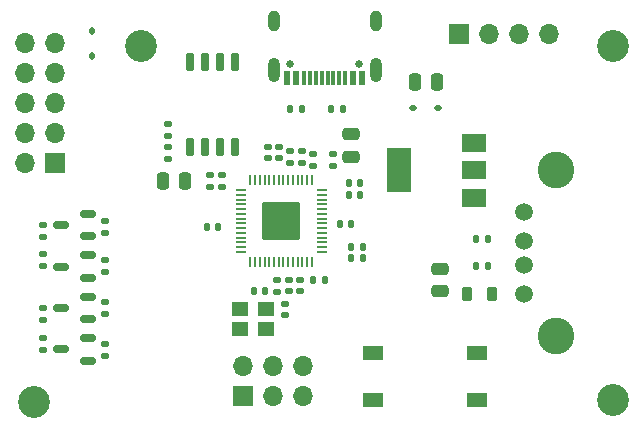
<source format=gts>
G04 #@! TF.GenerationSoftware,KiCad,Pcbnew,7.0.2-0*
G04 #@! TF.CreationDate,2023-04-30T22:25:47-07:00*
G04 #@! TF.ProjectId,babelfish,62616265-6c66-4697-9368-2e6b69636164,REV1*
G04 #@! TF.SameCoordinates,Original*
G04 #@! TF.FileFunction,Soldermask,Top*
G04 #@! TF.FilePolarity,Negative*
%FSLAX46Y46*%
G04 Gerber Fmt 4.6, Leading zero omitted, Abs format (unit mm)*
G04 Created by KiCad (PCBNEW 7.0.2-0) date 2023-04-30 22:25:47*
%MOMM*%
%LPD*%
G01*
G04 APERTURE LIST*
G04 Aperture macros list*
%AMRoundRect*
0 Rectangle with rounded corners*
0 $1 Rounding radius*
0 $2 $3 $4 $5 $6 $7 $8 $9 X,Y pos of 4 corners*
0 Add a 4 corners polygon primitive as box body*
4,1,4,$2,$3,$4,$5,$6,$7,$8,$9,$2,$3,0*
0 Add four circle primitives for the rounded corners*
1,1,$1+$1,$2,$3*
1,1,$1+$1,$4,$5*
1,1,$1+$1,$6,$7*
1,1,$1+$1,$8,$9*
0 Add four rect primitives between the rounded corners*
20,1,$1+$1,$2,$3,$4,$5,0*
20,1,$1+$1,$4,$5,$6,$7,0*
20,1,$1+$1,$6,$7,$8,$9,0*
20,1,$1+$1,$8,$9,$2,$3,0*%
G04 Aperture macros list end*
%ADD10R,0.600000X1.240005*%
%ADD11R,0.300000X1.240005*%
%ADD12C,0.649987*%
%ADD13O,1.000000X2.100000*%
%ADD14O,1.000000X1.800000*%
%ADD15RoundRect,0.135000X-0.185000X0.135000X-0.185000X-0.135000X0.185000X-0.135000X0.185000X0.135000X0*%
%ADD16R,1.700000X1.700000*%
%ADD17O,1.700000X1.700000*%
%ADD18RoundRect,0.150000X0.512500X0.150000X-0.512500X0.150000X-0.512500X-0.150000X0.512500X-0.150000X0*%
%ADD19RoundRect,0.218750X0.218750X0.381250X-0.218750X0.381250X-0.218750X-0.381250X0.218750X-0.381250X0*%
%ADD20RoundRect,0.135000X0.185000X-0.135000X0.185000X0.135000X-0.185000X0.135000X-0.185000X-0.135000X0*%
%ADD21R,2.000000X1.500000*%
%ADD22R,2.000000X3.800000*%
%ADD23RoundRect,0.250000X0.475000X-0.250000X0.475000X0.250000X-0.475000X0.250000X-0.475000X-0.250000X0*%
%ADD24RoundRect,0.112500X0.187500X0.112500X-0.187500X0.112500X-0.187500X-0.112500X0.187500X-0.112500X0*%
%ADD25C,2.700000*%
%ADD26RoundRect,0.140000X0.140000X0.170000X-0.140000X0.170000X-0.140000X-0.170000X0.140000X-0.170000X0*%
%ADD27RoundRect,0.140000X0.170000X-0.140000X0.170000X0.140000X-0.170000X0.140000X-0.170000X-0.140000X0*%
%ADD28RoundRect,0.135000X0.135000X0.185000X-0.135000X0.185000X-0.135000X-0.185000X0.135000X-0.185000X0*%
%ADD29R,1.800000X1.300000*%
%ADD30RoundRect,0.112500X0.112500X-0.187500X0.112500X0.187500X-0.112500X0.187500X-0.112500X-0.187500X0*%
%ADD31RoundRect,0.140000X-0.140000X-0.170000X0.140000X-0.170000X0.140000X0.170000X-0.140000X0.170000X0*%
%ADD32RoundRect,0.050000X-0.387500X-0.050000X0.387500X-0.050000X0.387500X0.050000X-0.387500X0.050000X0*%
%ADD33RoundRect,0.050000X-0.050000X-0.387500X0.050000X-0.387500X0.050000X0.387500X-0.050000X0.387500X0*%
%ADD34RoundRect,0.144000X-1.456000X-1.456000X1.456000X-1.456000X1.456000X1.456000X-1.456000X1.456000X0*%
%ADD35C,1.500000*%
%ADD36C,3.100000*%
%ADD37RoundRect,0.250000X0.250000X0.475000X-0.250000X0.475000X-0.250000X-0.475000X0.250000X-0.475000X0*%
%ADD38R,1.400000X1.200000*%
%ADD39RoundRect,0.150000X0.150000X-0.650000X0.150000X0.650000X-0.150000X0.650000X-0.150000X-0.650000X0*%
%ADD40RoundRect,0.135000X-0.135000X-0.185000X0.135000X-0.185000X0.135000X0.185000X-0.135000X0.185000X0*%
%ADD41RoundRect,0.140000X-0.170000X0.140000X-0.170000X-0.140000X0.170000X-0.140000X0.170000X0.140000X0*%
G04 APERTURE END LIST*
D10*
X107380061Y-76700101D03*
X108179909Y-76700101D03*
D11*
X108829896Y-76700101D03*
X109330023Y-76700101D03*
X109829896Y-76700101D03*
X110330023Y-76700101D03*
X110829896Y-76700101D03*
X111330023Y-76700101D03*
X111829896Y-76700101D03*
X112330023Y-76700101D03*
D10*
X112980010Y-76700101D03*
X113779858Y-76700101D03*
D12*
X107689942Y-75580213D03*
X113479883Y-75580213D03*
D13*
X114900000Y-76080086D03*
D14*
X114900000Y-71900000D03*
X106259919Y-71900000D03*
D13*
X106259919Y-76080086D03*
D15*
X86716800Y-91614000D03*
X86716800Y-92634000D03*
D16*
X87787500Y-83887000D03*
D17*
X85247500Y-83887000D03*
X87787500Y-81347000D03*
X85247500Y-81347000D03*
X87787500Y-78807000D03*
X85247500Y-78807000D03*
X87787500Y-76267000D03*
X85247500Y-76267000D03*
X87787500Y-73727000D03*
X85247500Y-73727000D03*
D18*
X90577600Y-100660400D03*
X90577600Y-98760400D03*
X88302600Y-99710400D03*
D19*
X124764800Y-95046800D03*
X122639800Y-95046800D03*
D20*
X92000000Y-96702000D03*
X92000000Y-95682000D03*
D21*
X123200000Y-86850000D03*
X123200000Y-84550000D03*
D22*
X116900000Y-84550000D03*
D21*
X123200000Y-82250000D03*
D23*
X112850000Y-83379000D03*
X112850000Y-81479000D03*
D16*
X103700000Y-103650000D03*
D17*
X103700000Y-101110000D03*
X106240000Y-103650000D03*
X106240000Y-101110000D03*
X108780000Y-103650000D03*
X108780000Y-101110000D03*
D24*
X120150000Y-79250000D03*
X118050000Y-79250000D03*
D25*
X95000000Y-74000000D03*
D26*
X101550000Y-89350000D03*
X100590000Y-89350000D03*
D27*
X111250000Y-84141000D03*
X111250000Y-83181000D03*
D28*
X124439200Y-92659200D03*
X123419200Y-92659200D03*
X110585500Y-93793000D03*
X109565500Y-93793000D03*
D16*
X122000000Y-73000000D03*
D17*
X124540000Y-73000000D03*
X127080000Y-73000000D03*
X129620000Y-73000000D03*
D28*
X113826996Y-91033600D03*
X112806996Y-91033600D03*
D29*
X123500102Y-104000000D03*
X114700000Y-104000000D03*
X123500102Y-100000000D03*
X114700000Y-100000000D03*
D30*
X90850000Y-74850000D03*
X90850000Y-72750000D03*
D25*
X86000000Y-104150000D03*
D15*
X97352100Y-80633800D03*
X97352100Y-81653800D03*
D31*
X112640000Y-85600000D03*
X113600000Y-85600000D03*
D27*
X106750100Y-83506000D03*
X106750100Y-82546000D03*
D31*
X112640000Y-86650000D03*
X113600000Y-86650000D03*
D18*
X90526800Y-97155200D03*
X90526800Y-95255200D03*
X88251800Y-96205200D03*
D20*
X86716800Y-90199600D03*
X86716800Y-89179600D03*
D31*
X111850000Y-89050000D03*
X112810000Y-89050000D03*
D15*
X108640000Y-82917200D03*
X108640000Y-83937200D03*
D18*
X90526800Y-90144800D03*
X90526800Y-88244800D03*
X88251800Y-89194800D03*
D32*
X103462500Y-86237500D03*
X103462500Y-86637500D03*
X103462500Y-87037500D03*
X103462500Y-87437500D03*
X103462500Y-87837500D03*
X103462500Y-88237500D03*
X103462500Y-88637500D03*
X103462500Y-89037500D03*
X103462500Y-89437500D03*
X103462500Y-89837500D03*
X103462500Y-90237500D03*
X103462500Y-90637500D03*
X103462500Y-91037500D03*
X103462500Y-91437500D03*
D33*
X104300000Y-92275000D03*
X104700000Y-92275000D03*
X105100000Y-92275000D03*
X105500000Y-92275000D03*
X105900000Y-92275000D03*
X106300000Y-92275000D03*
X106700000Y-92275000D03*
X107100000Y-92275000D03*
X107500000Y-92275000D03*
X107900000Y-92275000D03*
X108300000Y-92275000D03*
X108700000Y-92275000D03*
X109100000Y-92275000D03*
X109500000Y-92275000D03*
D32*
X110337500Y-91437500D03*
X110337500Y-91037500D03*
X110337500Y-90637500D03*
X110337500Y-90237500D03*
X110337500Y-89837500D03*
X110337500Y-89437500D03*
X110337500Y-89037500D03*
X110337500Y-88637500D03*
X110337500Y-88237500D03*
X110337500Y-87837500D03*
X110337500Y-87437500D03*
X110337500Y-87037500D03*
X110337500Y-86637500D03*
X110337500Y-86237500D03*
D33*
X109500000Y-85400000D03*
X109100000Y-85400000D03*
X108700000Y-85400000D03*
X108300000Y-85400000D03*
X107900000Y-85400000D03*
X107500000Y-85400000D03*
X107100000Y-85400000D03*
X106700000Y-85400000D03*
X106300000Y-85400000D03*
X105900000Y-85400000D03*
X105500000Y-85400000D03*
X105100000Y-85400000D03*
X104700000Y-85400000D03*
X104300000Y-85400000D03*
D34*
X106900000Y-88837500D03*
D20*
X92000000Y-89840000D03*
X92000000Y-88820000D03*
D35*
X127439200Y-95041600D03*
X127439200Y-92541600D03*
X127439200Y-90541600D03*
X127439200Y-88041600D03*
D36*
X130149200Y-98541600D03*
X130149200Y-84541600D03*
D20*
X106550000Y-94820000D03*
X106550000Y-93800000D03*
D28*
X108655100Y-79365800D03*
X107635100Y-79365800D03*
D27*
X101924100Y-85939200D03*
X101924100Y-84979200D03*
D15*
X107689900Y-82917200D03*
X107689900Y-83937200D03*
D23*
X120350000Y-94789200D03*
X120350000Y-92889200D03*
D28*
X124439200Y-90373200D03*
X123419200Y-90373200D03*
D27*
X107250000Y-96810000D03*
X107250000Y-95850000D03*
D15*
X86716800Y-98730000D03*
X86716800Y-99750000D03*
D18*
X90526800Y-93650000D03*
X90526800Y-91750000D03*
X88251800Y-92700000D03*
D20*
X86716800Y-97210000D03*
X86716800Y-96190000D03*
X92000000Y-93196800D03*
X92000000Y-92176800D03*
D37*
X120135500Y-77029000D03*
X118235500Y-77029000D03*
D38*
X105578152Y-96266000D03*
X103378000Y-96266000D03*
X103378000Y-98016064D03*
X105578152Y-98016064D03*
D31*
X104570000Y-94800000D03*
X105530000Y-94800000D03*
D27*
X105810300Y-83506000D03*
X105810300Y-82546000D03*
X100908100Y-85939200D03*
X100908100Y-84979200D03*
D25*
X135000000Y-74000000D03*
D27*
X109580000Y-84141000D03*
X109580000Y-83181000D03*
D37*
X98774500Y-85411000D03*
X96874500Y-85411000D03*
D25*
X135000000Y-104000000D03*
D20*
X92000000Y-100256000D03*
X92000000Y-99236000D03*
D28*
X113826996Y-91998800D03*
X112806996Y-91998800D03*
D39*
X99155500Y-82540800D03*
X100425500Y-82540800D03*
X101695500Y-82540800D03*
X102965500Y-82540800D03*
X102965500Y-75340800D03*
X101695500Y-75340800D03*
X100425500Y-75340800D03*
X99155500Y-75340800D03*
D40*
X111093500Y-79315000D03*
X112113500Y-79315000D03*
D15*
X97352100Y-82541400D03*
X97352100Y-83561400D03*
D41*
X107537500Y-93832800D03*
X107537500Y-94792800D03*
X108508800Y-93832800D03*
X108508800Y-94792800D03*
M02*

</source>
